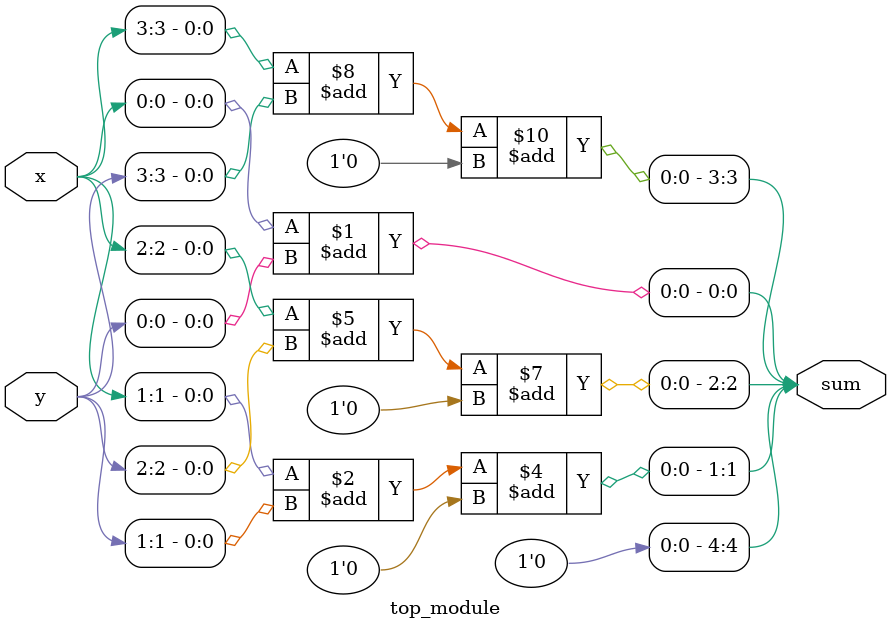
<source format=sv>
module top_module (
    input [3:0] x,
    input [3:0] y,
    output [4:0] sum
);

    assign sum[0] = x[0] + y[0]; // least significant bit of sum
    assign sum[1] = x[1] + y[1] + (sum[0] >> 1);
    assign sum[2] = x[2] + y[2] + (sum[1] >> 1);
    assign sum[3] = x[3] + y[3] + (sum[2] >> 1);
    assign sum[4] = (sum[3] >> 1); // most significant bit of sum (carry bit)

endmodule

</source>
